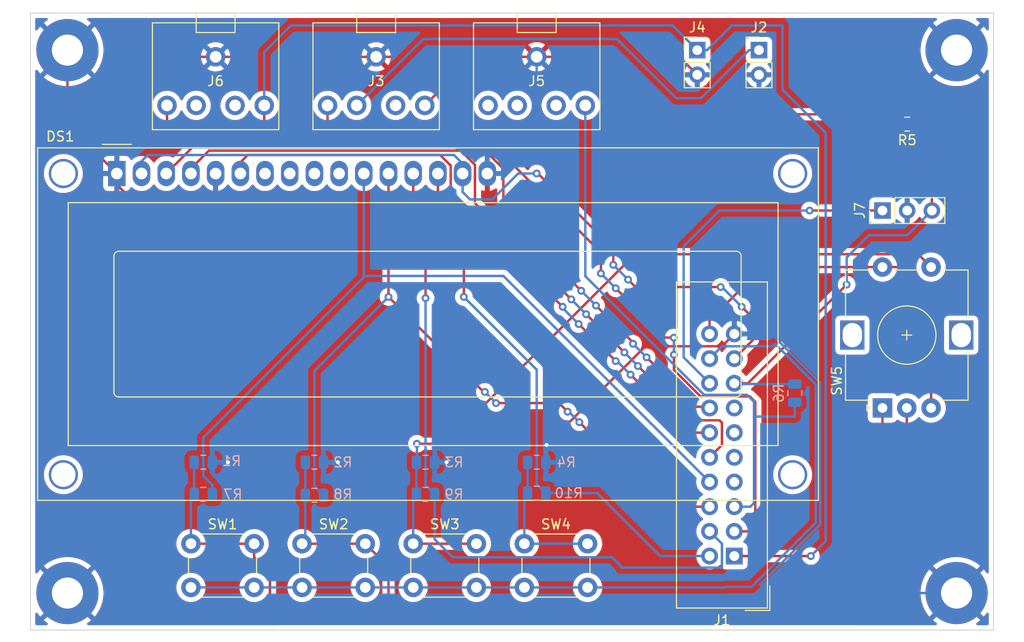
<source format=kicad_pcb>
(kicad_pcb (version 20200104) (host pcbnew "5.99.0-unknown-1727687~86~ubuntu18.04.1")
  (layers (0 "F.Cu" signal) (31 "B.Cu" signal) (34 "B.Paste" user) (35 "F.Paste" user) (36 "B.SilkS" user) (37 "F.SilkS" user) (38 "B.Mask" user) (39 "F.Mask" user) (44 "Edge.Cuts" user))
  (net 0 "")
  (net 1 "GND")
  (net 2 "PB_1")
  (net 3 "PB_0")
  (net 4 "IR")
  (net 5 "+3V3")
  (net 6 "LCD_CONTRAST")
  (net 7 "Net-(J1-Pad13)")
  (net 8 "LCD_E")
  (net 9 "Net-(J1-Pad11)")
  (net 10 "LCD_RS")
  (net 11 "Net-(J1-Pad9)")
  (net 12 "LCD4")
  (net 13 "Net-(J1-Pad7)")
  (net 14 "LCD5")
  (net 15 "PTT")
  (net 16 "LCD6")
  (net 17 "MIC_HDR")
  (net 18 "LCD7")
  (net 19 "SPEAKER_HDR")
  (net 20 "Net-(DS1-Pad10)")
  (net 21 "Net-(DS1-Pad9)")
  (net 22 "Net-(DS1-Pad8)")
  (net 23 "Net-(DS1-Pad7)")
  (net 24 "+5V")
  (net 25 "Net-(J2-Pad1)")
  (net 26 "Net-(J3-PadSN)")
  (net 27 "Net-(J3-PadS)")
  (net 28 "Net-(J6-PadTN)")
  (net 29 "Net-(J6-PadSN)")
  (net 30 "Net-(J5-PadTN)")
  (net 31 "Net-(J5-PadSN)")
  (net 32 "Net-(J5-PadT)")
  (net 33 "Net-(R1-Pad1)")
  (net 34 "Net-(R2-Pad1)")
  (net 35 "Net-(R3-Pad1)")
  (net 36 "Net-(R10-Pad2)")
  (module "Resistor_SMD:R_0805_2012Metric" (layer "B.Cu") (at 153.67 100.2 180)
    (fp_text reference "R10" (at -3.302 -0.003) (layer "B.SilkS") (effects (justify mirror)))
    (fp_text value "10K")
    (pad "2" smd roundrect (at 0.9375 0 180) (size 0.975 1.4) (layers "B.Cu" "B.Paste" "B.Mask") (net 36 "Net-(R10-Pad2)"))
    (pad "1" smd roundrect (at -0.9375 0 180) (size 0.975 1.4) (layers "B.Cu" "B.Paste" "B.Mask") (net 18 "LCD7"))
  )
  (module "Resistor_SMD:R_0805_2012Metric" (layer "B.Cu") (at 142.24 100.327 180)
    (fp_text reference "R9" (at -2.921 -0.003) (layer "B.SilkS") (effects (justify mirror)))
    (fp_text value "10K")
    (pad "2" smd roundrect (at 0.9375 0 180) (size 0.975 1.4) (layers "B.Cu" "B.Paste" "B.Mask") (net 35 "Net-(R3-Pad1)"))
    (pad "1" smd roundrect (at -0.9375 0 180) (size 0.975 1.4) (layers "B.Cu" "B.Paste" "B.Mask") (net 16 "LCD6"))
  )
  (module "Resistor_SMD:R_0805_2012Metric" (layer "B.Cu") (at 130.81 100.425 180)
    (fp_text reference "R8" (at -2.921 0.095) (layer "B.SilkS") (effects (justify mirror)))
    (fp_text value "10K")
    (pad "2" smd roundrect (at 0.9375 0 180) (size 0.975 1.4) (layers "B.Cu" "B.Paste" "B.Mask") (net 34 "Net-(R2-Pad1)"))
    (pad "1" smd roundrect (at -0.9375 0 180) (size 0.975 1.4) (layers "B.Cu" "B.Paste" "B.Mask") (net 14 "LCD5"))
  )
  (module "Resistor_SMD:R_0805_2012Metric" (layer "B.Cu") (at 119.38 100.327 180)
    (fp_text reference "R7" (at -3.048 -0.003) (layer "B.SilkS") (effects (justify mirror)))
    (fp_text value "10K")
    (pad "2" smd roundrect (at 0.9375 0 180) (size 0.975 1.4) (layers "B.Cu" "B.Paste" "B.Mask") (net 33 "Net-(R1-Pad1)"))
    (pad "1" smd roundrect (at -0.9375 0 180) (size 0.975 1.4) (layers "B.Cu" "B.Paste" "B.Mask") (net 12 "LCD4"))
  )
  (module "Connector_PinHeader_2.54mm:PinHeader_1x02_P2.54mm_Vertical" (layer "F.Cu") (at 170.18 54.61)
    (fp_text reference "J4" (at 0 -2.33) (layer "F.SilkS"))
    (fp_text value "Speaker")
    (pad "2" thru_hole oval (at 0 2.54) (size 1.7 1.7) (drill 1) (layers *.Cu *.Mask) (net 1 "GND"))
    (pad "1" thru_hole rect (at 0 0) (size 1.7 1.7) (drill 1) (layers *.Cu *.Mask) (net 19 "SPEAKER_HDR"))
  )
  (module "Resistor_SMD:R_0805_2012Metric" (layer "B.Cu") (at 180.213 89.916 -90)
    (fp_text reference "R6" (at 0 1.65 -90) (layer "B.SilkS") (effects (justify mirror)))
    (fp_text value "1K")
    (pad "2" smd roundrect (at 0.9375 0 270) (size 0.975 1.4) (layers "B.Cu" "B.Paste" "B.Mask") (net 15 "PTT"))
    (pad "1" smd roundrect (at -0.9375 0 270) (size 0.975 1.4) (layers "B.Cu" "B.Paste" "B.Mask") (net 5 "+3V3"))
  )
  (module "Connector_PinHeader_2.54mm:PinHeader_1x03_P2.54mm_Vertical" (layer "F.Cu") (at 189.23 71.12 90)
    (fp_text reference "J7" (at 0 -2.33 90) (layer "F.SilkS"))
    (fp_text value "infrared photo module")
    (pad "3" thru_hole oval (at 0 5.08 90) (size 1.7 1.7) (drill 1) (layers *.Cu *.Mask) (net 5 "+3V3"))
    (pad "2" thru_hole oval (at 0 2.54 90) (size 1.7 1.7) (drill 1) (layers *.Cu *.Mask) (net 1 "GND"))
    (pad "1" thru_hole rect (at 0 0 90) (size 1.7 1.7) (drill 1) (layers *.Cu *.Mask) (net 4 "IR"))
  )
  (module "openxcvr:jack3.5mm switched" (layer "F.Cu") (at 153.67 50.8)
    (fp_text reference "J5" (at 0 7 unlocked) (layer "F.SilkS"))
    (fp_text value "PTT")
    (pad "TN" thru_hole circle (at -2 9.5 270) (size 2 2) (drill 1.2) (layers *.Cu *.Mask) (net 30 "Net-(J5-PadTN)"))
    (pad "SN" thru_hole circle (at 2 9.5 270) (size 2 2) (drill 1.2) (layers *.Cu *.Mask) (net 31 "Net-(J5-PadSN)"))
    (pad "S" thru_hole circle (at 5 9.5 270) (size 2 2) (drill 1.2) (layers *.Cu *.Mask) (net 15 "PTT"))
    (pad "T" thru_hole circle (at -5 9.5 270) (size 2 2) (drill 1.2) (layers *.Cu *.Mask) (net 32 "Net-(J5-PadT)"))
    (pad "G" thru_hole circle (at 0 4.5 270) (size 2 2) (drill 1.2) (layers *.Cu *.Mask) (net 1 "GND"))
  )
  (module "Connector_PinHeader_2.54mm:PinHeader_1x02_P2.54mm_Vertical" (layer "F.Cu") (at 176.53 54.61)
    (fp_text reference "J2" (at 0 -2.33) (layer "F.SilkS"))
    (fp_text value "Mic")
    (pad "2" thru_hole oval (at 0 2.54) (size 1.7 1.7) (drill 1) (layers *.Cu *.Mask) (net 1 "GND"))
    (pad "1" thru_hole rect (at 0 0) (size 1.7 1.7) (drill 1) (layers *.Cu *.Mask) (net 25 "Net-(J2-Pad1)"))
  )
  (module "Resistor_SMD:R_0805_2012Metric" (layer "F.Cu") (at 191.77 62.23 180)
    (fp_text reference "R5" (at 0 -1.65) (layer "F.SilkS"))
    (fp_text value "1K")
    (pad "2" smd roundrect (at 0.9375 0 180) (size 0.975 1.4) (layers "F.Cu" "F.Paste" "F.Mask") (net 27 "Net-(J3-PadS)"))
    (pad "1" smd roundrect (at -0.9375 0 180) (size 0.975 1.4) (layers "F.Cu" "F.Paste" "F.Mask") (net 5 "+3V3"))
  )
  (module "openxcvr:jack3.5mm switched" (layer "F.Cu") (at 120.65 50.8)
    (fp_text reference "J6" (at 0 7 unlocked) (layer "F.SilkS"))
    (fp_text value "Headphone")
    (pad "TN" thru_hole circle (at -2 9.5 270) (size 2 2) (drill 1.2) (layers *.Cu *.Mask) (net 28 "Net-(J6-PadTN)"))
    (pad "SN" thru_hole circle (at 2 9.5 270) (size 2 2) (drill 1.2) (layers *.Cu *.Mask) (net 29 "Net-(J6-PadSN)"))
    (pad "S" thru_hole circle (at 5 9.5 270) (size 2 2) (drill 1.2) (layers *.Cu *.Mask) (net 19 "SPEAKER_HDR"))
    (pad "T" thru_hole circle (at -5 9.5 270) (size 2 2) (drill 1.2) (layers *.Cu *.Mask) (net 19 "SPEAKER_HDR"))
    (pad "G" thru_hole circle (at 0 4.5 270) (size 2 2) (drill 1.2) (layers *.Cu *.Mask) (net 1 "GND"))
  )
  (module "openxcvr:jack3.5mm switched" (layer "F.Cu") (at 137.16 50.8)
    (fp_text reference "J3" (at 0 7 unlocked) (layer "F.SilkS"))
    (fp_text value "Microphone")
    (pad "TN" thru_hole circle (at -2 9.5 270) (size 2 2) (drill 1.2) (layers *.Cu *.Mask) (net 25 "Net-(J2-Pad1)"))
    (pad "SN" thru_hole circle (at 2 9.5 270) (size 2 2) (drill 1.2) (layers *.Cu *.Mask) (net 26 "Net-(J3-PadSN)"))
    (pad "S" thru_hole circle (at 5 9.5 270) (size 2 2) (drill 1.2) (layers *.Cu *.Mask) (net 27 "Net-(J3-PadS)"))
    (pad "T" thru_hole circle (at -5 9.5 270) (size 2 2) (drill 1.2) (layers *.Cu *.Mask) (net 17 "MIC_HDR"))
    (pad "G" thru_hole circle (at 0 4.5 270) (size 2 2) (drill 1.2) (layers *.Cu *.Mask) (net 1 "GND"))
  )
  (module "Rotary_Encoder:RotaryEncoder_Alps_EC12E-Switch_Vertical_H20mm" (layer "F.Cu") (at 189.23 91.44 90)
    (fp_text reference "SW5" (at 2.8 -4.7 90) (layer "F.SilkS"))
    (fp_text value "Rotary_Encoder_Switch")
    (pad "A" thru_hole rect (at 0 0 90) (size 2 2) (drill 1) (layers *.Cu *.Mask) (net 33 "Net-(R1-Pad1)"))
    (pad "C" thru_hole circle (at 0 2.5 90) (size 2 2) (drill 1) (layers *.Cu *.Mask) (net 2 "PB_1"))
    (pad "B" thru_hole circle (at 0 5 90) (size 2 2) (drill 1) (layers *.Cu *.Mask) (net 34 "Net-(R2-Pad1)"))
    (pad "MP" thru_hole rect (at 7.5 -3.1 90) (size 3 2.5) (drill oval 2.5 2) (layers *.Cu *.Mask))
    (pad "MP" thru_hole rect (at 7.5 8.1 90) (size 3 2.5) (drill oval 2.5 2) (layers *.Cu *.Mask))
    (pad "S1" thru_hole circle (at 14.5 0 90) (size 2 2) (drill 1) (layers *.Cu *.Mask) (net 2 "PB_1"))
    (pad "S2" thru_hole circle (at 14.5 5 90) (size 2 2) (drill 1) (layers *.Cu *.Mask) (net 35 "Net-(R3-Pad1)"))
  )
  (module "Button_Switch_THT:SW_PUSH_6mm" (layer "F.Cu") (at 152.4 105.41)
    (fp_text reference "SW4" (at 3.25 -2) (layer "F.SilkS"))
    (fp_text value "SW_Push")
    (pad "1" thru_hole circle (at 6.5 0 90) (size 2 2) (drill 1.1) (layers *.Cu *.Mask) (net 36 "Net-(R10-Pad2)"))
    (pad "2" thru_hole circle (at 6.5 4.5 90) (size 2 2) (drill 1.1) (layers *.Cu *.Mask) (net 3 "PB_0"))
    (pad "1" thru_hole circle (at 0 0 90) (size 2 2) (drill 1.1) (layers *.Cu *.Mask) (net 36 "Net-(R10-Pad2)"))
    (pad "2" thru_hole circle (at 0 4.5 90) (size 2 2) (drill 1.1) (layers *.Cu *.Mask) (net 3 "PB_0"))
  )
  (module "Button_Switch_THT:SW_PUSH_6mm" (layer "F.Cu") (at 140.97 105.41)
    (fp_text reference "SW3" (at 3.25 -2) (layer "F.SilkS"))
    (fp_text value "SW_Push")
    (pad "1" thru_hole circle (at 6.5 0 90) (size 2 2) (drill 1.1) (layers *.Cu *.Mask) (net 35 "Net-(R3-Pad1)"))
    (pad "2" thru_hole circle (at 6.5 4.5 90) (size 2 2) (drill 1.1) (layers *.Cu *.Mask) (net 3 "PB_0"))
    (pad "1" thru_hole circle (at 0 0 90) (size 2 2) (drill 1.1) (layers *.Cu *.Mask) (net 35 "Net-(R3-Pad1)"))
    (pad "2" thru_hole circle (at 0 4.5 90) (size 2 2) (drill 1.1) (layers *.Cu *.Mask) (net 3 "PB_0"))
  )
  (module "Button_Switch_THT:SW_PUSH_6mm" (layer "F.Cu") (at 129.54 105.41)
    (fp_text reference "SW2" (at 3.25 -2) (layer "F.SilkS"))
    (fp_text value "SW_Push")
    (pad "1" thru_hole circle (at 6.5 0 90) (size 2 2) (drill 1.1) (layers *.Cu *.Mask) (net 34 "Net-(R2-Pad1)"))
    (pad "2" thru_hole circle (at 6.5 4.5 90) (size 2 2) (drill 1.1) (layers *.Cu *.Mask) (net 3 "PB_0"))
    (pad "1" thru_hole circle (at 0 0 90) (size 2 2) (drill 1.1) (layers *.Cu *.Mask) (net 34 "Net-(R2-Pad1)"))
    (pad "2" thru_hole circle (at 0 4.5 90) (size 2 2) (drill 1.1) (layers *.Cu *.Mask) (net 3 "PB_0"))
  )
  (module "Button_Switch_THT:SW_PUSH_6mm" (layer "F.Cu") (at 118.11 105.41)
    (fp_text reference "SW1" (at 3.25 -2) (layer "F.SilkS"))
    (fp_text value "SW_Push")
    (pad "1" thru_hole circle (at 6.5 0 90) (size 2 2) (drill 1.1) (layers *.Cu *.Mask) (net 33 "Net-(R1-Pad1)"))
    (pad "2" thru_hole circle (at 6.5 4.5 90) (size 2 2) (drill 1.1) (layers *.Cu *.Mask) (net 3 "PB_0"))
    (pad "1" thru_hole circle (at 0 0 90) (size 2 2) (drill 1.1) (layers *.Cu *.Mask) (net 33 "Net-(R1-Pad1)"))
    (pad "2" thru_hole circle (at 0 4.5 90) (size 2 2) (drill 1.1) (layers *.Cu *.Mask) (net 3 "PB_0"))
  )
  (module "Resistor_SMD:R_0805_2012Metric" (layer "B.Cu") (at 153.67 97.025)
    (fp_text reference "R4" (at 3.048 0.003) (layer "B.SilkS") (effects (justify mirror)))
    (fp_text value "10K")
    (pad "2" smd roundrect (at 0.9375 0) (size 0.975 1.4) (layers "B.Cu" "B.Paste" "B.Mask") (net 1 "GND"))
    (pad "1" smd roundrect (at -0.9375 0) (size 0.975 1.4) (layers "B.Cu" "B.Paste" "B.Mask") (net 36 "Net-(R10-Pad2)"))
  )
  (module "Resistor_SMD:R_0805_2012Metric" (layer "B.Cu") (at 142.24 97.025)
    (fp_text reference "R3" (at 2.921 0.003) (layer "B.SilkS") (effects (justify mirror)))
    (fp_text value "10K")
    (pad "2" smd roundrect (at 0.9375 0) (size 0.975 1.4) (layers "B.Cu" "B.Paste" "B.Mask") (net 1 "GND"))
    (pad "1" smd roundrect (at -0.9375 0) (size 0.975 1.4) (layers "B.Cu" "B.Paste" "B.Mask") (net 35 "Net-(R3-Pad1)"))
  )
  (module "Resistor_SMD:R_0805_2012Metric" (layer "B.Cu") (at 130.81 97.025)
    (fp_text reference "R2" (at 2.921 0.003) (layer "B.SilkS") (effects (justify mirror)))
    (fp_text value "10K")
    (pad "2" smd roundrect (at 0.9375 0) (size 0.975 1.4) (layers "B.Cu" "B.Paste" "B.Mask") (net 1 "GND"))
    (pad "1" smd roundrect (at -0.9375 0) (size 0.975 1.4) (layers "B.Cu" "B.Paste" "B.Mask") (net 34 "Net-(R2-Pad1)"))
  )
  (module "Resistor_SMD:R_0805_2012Metric" (layer "B.Cu") (at 119.38 97.025)
    (fp_text reference "R1" (at 2.921 -0.124) (layer "B.SilkS") (effects (justify mirror)))
    (fp_text value "10K")
    (pad "2" smd roundrect (at 0.9375 0) (size 0.975 1.4) (layers "B.Cu" "B.Paste" "B.Mask") (net 1 "GND"))
    (pad "1" smd roundrect (at -0.9375 0) (size 0.975 1.4) (layers "B.Cu" "B.Paste" "B.Mask") (net 33 "Net-(R1-Pad1)"))
  )
  (module "Display:WC1602A" (layer "F.Cu") (at 110.49 67.31)
    (fp_text reference "DS1" (at -5.82 -3.81) (layer "F.SilkS"))
    (fp_text value "WC1602A")
    (pad "" thru_hole circle (at 69.5 0) (size 3 3) (drill 2.5) (layers *.Cu *.Mask))
    (pad "" thru_hole circle (at 69.49948 31.0007) (size 3 3) (drill 2.5) (layers *.Cu *.Mask))
    (pad "" thru_hole circle (at -5.4991 31.0007) (size 3 3) (drill 2.5) (layers *.Cu *.Mask))
    (pad "" thru_hole circle (at -5.4991 0) (size 3 3) (drill 2.5) (layers *.Cu *.Mask))
    (pad "16" thru_hole oval (at 38.1 0) (size 1.8 2.6) (drill 1.2) (layers *.Cu *.Mask) (net 1 "GND"))
    (pad "15" thru_hole oval (at 35.56 0) (size 1.8 2.6) (drill 1.2) (layers *.Cu *.Mask) (net 24 "+5V"))
    (pad "14" thru_hole oval (at 33.02 0) (size 1.8 2.6) (drill 1.2) (layers *.Cu *.Mask) (net 18 "LCD7"))
    (pad "13" thru_hole oval (at 30.48 0) (size 1.8 2.6) (drill 1.2) (layers *.Cu *.Mask) (net 16 "LCD6"))
    (pad "12" thru_hole oval (at 27.94 0) (size 1.8 2.6) (drill 1.2) (layers *.Cu *.Mask) (net 14 "LCD5"))
    (pad "11" thru_hole oval (at 25.4 0) (size 1.8 2.6) (drill 1.2) (layers *.Cu *.Mask) (net 12 "LCD4"))
    (pad "10" thru_hole oval (at 22.86 0) (size 1.8 2.6) (drill 1.2) (layers *.Cu *.Mask) (net 20 "Net-(DS1-Pad10)"))
    (pad "9" thru_hole oval (at 20.32 0) (size 1.8 2.6) (drill 1.2) (layers *.Cu *.Mask) (net 21 "Net-(DS1-Pad9)"))
    (pad "8" thru_hole oval (at 17.78 0) (size 1.8 2.6) (drill 1.2) (layers *.Cu *.Mask) (net 22 "Net-(DS1-Pad8)"))
    (pad "7" thru_hole oval (at 15.24 0) (size 1.8 2.6) (drill 1.2) (layers *.Cu *.Mask) (net 23 "Net-(DS1-Pad7)"))
    (pad "6" thru_hole oval (at 12.7 0) (size 1.8 2.6) (drill 1.2) (layers *.Cu *.Mask) (net 8 "LCD_E"))
    (pad "5" thru_hole oval (at 10.16 0) (size 1.8 2.6) (drill 1.2) (layers *.Cu *.Mask) (net 1 "GND"))
    (pad "4" thru_hole oval (at 7.62 0) (size 1.8 2.6) (drill 1.2) (layers *.Cu *.Mask) (net 10 "LCD_RS"))
    (pad "3" thru_hole oval (at 5.08 0) (size 1.8 2.6) (drill 1.2) (layers *.Cu *.Mask) (net 6 "LCD_CONTRAST"))
    (pad "2" thru_hole oval (at 2.54 0) (size 1.8 2.6) (drill 1.2) (layers *.Cu *.Mask) (net 24 "+5V"))
    (pad "1" thru_hole rect (at 0 0) (size 1.8 2.6) (drill 1.2) (layers *.Cu *.Mask) (net 1 "GND"))
  )
  (module "Connector_IDC:IDC-Header_2x10_P2.54mm_Vertical" (layer "F.Cu") (at 173.99 106.68 180)
    (fp_text reference "J1" (at 1.27 -6.604) (layer "F.SilkS"))
    (fp_text value "UI_CONNECTOR")
    (pad "20" thru_hole oval (at 2.54 22.86 180) (size 1.7272 1.7272) (drill 1.016) (layers *.Cu *.Mask) (net 2 "PB_1"))
    (pad "19" thru_hole oval (at 0 22.86 180) (size 1.7272 1.7272) (drill 1.016) (layers *.Cu *.Mask) (net 1 "GND"))
    (pad "18" thru_hole oval (at 2.54 20.32 180) (size 1.7272 1.7272) (drill 1.016) (layers *.Cu *.Mask) (net 3 "PB_0"))
    (pad "17" thru_hole oval (at 0 20.32 180) (size 1.7272 1.7272) (drill 1.016) (layers *.Cu *.Mask) (net 24 "+5V"))
    (pad "16" thru_hole oval (at 2.54 17.78 180) (size 1.7272 1.7272) (drill 1.016) (layers *.Cu *.Mask) (net 4 "IR"))
    (pad "15" thru_hole oval (at 0 17.78 180) (size 1.7272 1.7272) (drill 1.016) (layers *.Cu *.Mask) (net 5 "+3V3"))
    (pad "14" thru_hole oval (at 2.54 15.24 180) (size 1.7272 1.7272) (drill 1.016) (layers *.Cu *.Mask) (net 6 "LCD_CONTRAST"))
    (pad "13" thru_hole oval (at 0 15.24 180) (size 1.7272 1.7272) (drill 1.016) (layers *.Cu *.Mask) (net 7 "Net-(J1-Pad13)"))
    (pad "12" thru_hole oval (at 2.54 12.7 180) (size 1.7272 1.7272) (drill 1.016) (layers *.Cu *.Mask) (net 8 "LCD_E"))
    (pad "11" thru_hole oval (at 0 12.7 180) (size 1.7272 1.7272) (drill 1.016) (layers *.Cu *.Mask) (net 9 "Net-(J1-Pad11)"))
    (pad "10" thru_hole oval (at 2.54 10.16 180) (size 1.7272 1.7272) (drill 1.016) (layers *.Cu *.Mask) (net 10 "LCD_RS"))
    (pad "9" thru_hole oval (at 0 10.16 180) (size 1.7272 1.7272) (drill 1.016) (layers *.Cu *.Mask) (net 11 "Net-(J1-Pad9)"))
    (pad "8" thru_hole oval (at 2.54 7.62 180) (size 1.7272 1.7272) (drill 1.016) (layers *.Cu *.Mask) (net 12 "LCD4"))
    (pad "7" thru_hole oval (at 0 7.62 180) (size 1.7272 1.7272) (drill 1.016) (layers *.Cu *.Mask) (net 13 "Net-(J1-Pad7)"))
    (pad "6" thru_hole oval (at 2.54 5.08 180) (size 1.7272 1.7272) (drill 1.016) (layers *.Cu *.Mask) (net 14 "LCD5"))
    (pad "5" thru_hole oval (at 0 5.08 180) (size 1.7272 1.7272) (drill 1.016) (layers *.Cu *.Mask) (net 15 "PTT"))
    (pad "4" thru_hole oval (at 2.54 2.54 180) (size 1.7272 1.7272) (drill 1.016) (layers *.Cu *.Mask) (net 16 "LCD6"))
    (pad "3" thru_hole oval (at 0 2.54 180) (size 1.7272 1.7272) (drill 1.016) (layers *.Cu *.Mask) (net 17 "MIC_HDR"))
    (pad "2" thru_hole oval (at 2.54 0 180) (size 1.7272 1.7272) (drill 1.016) (layers *.Cu *.Mask) (net 18 "LCD7"))
    (pad "1" thru_hole rect (at 0 0 180) (size 1.7272 1.7272) (drill 1.016) (layers *.Cu *.Mask) (net 19 "SPEAKER_HDR"))
  )
  (module "MountingHole:MountingHole_3.2mm_M3_Pad" (layer "F.Cu") (at 196.85 54.61)
    (fp_text reference "H4")
    (fp_text value "MountingHole_Pad")
    (pad "1" thru_hole circle (at 0 0) (size 6.4 6.4) (drill 3.2) (layers *.Cu *.Mask) (net 1 "GND"))
  )
  (module "MountingHole:MountingHole_3.2mm_M3_Pad" (layer "F.Cu") (at 196.85 110.49)
    (fp_text reference "H3")
    (fp_text value "MountingHole_Pad")
    (pad "1" thru_hole circle (at 0 0) (size 6.4 6.4) (drill 3.2) (layers *.Cu *.Mask) (net 1 "GND"))
  )
  (module "MountingHole:MountingHole_3.2mm_M3_Pad" (layer "F.Cu") (at 105.41 110.49)
    (fp_text reference "H2")
    (fp_text value "MountingHole_Pad")
    (pad "1" thru_hole circle (at 0 0) (size 6.4 6.4) (drill 3.2) (layers *.Cu *.Mask) (net 1 "GND"))
  )
  (module "MountingHole:MountingHole_3.2mm_M3_Pad" (layer "F.Cu") (at 105.41 54.61)
    (fp_text reference "H1")
    (fp_text value "MountingHole_Pad")
    (pad "1" thru_hole circle (at 0 0) (size 6.4 6.4) (drill 3.2) (layers *.Cu *.Mask) (net 1 "GND"))
  )
  (gr_line (start 101.6 114.3) (end 101.6 50.8) (layer "Edge.Cuts") (width 0.1))
  (gr_line (start 200.66 114.3) (end 101.6 114.3) (layer "Edge.Cuts") (width 0.1))
  (gr_line (start 200.66 50.8) (end 200.66 114.3) (layer "Edge.Cuts") (width 0.1))
  (gr_line (start 101.6 50.8) (end 200.66 50.8) (layer "Edge.Cuts") (width 0.1))
  (segment (start 180.213 88.9785) (end 174.0685 88.9785) (width 0.25) (layer "B.Cu") (net 5))
  (segment (start 174.0685 88.9785) (end 173.99 88.9) (width 0.25) (layer "B.Cu") (net 5))
  (segment (start 180.213 92.329) (end 180.213 90.8535) (width 0.25) (layer "B.Cu") (net 15))
  (segment (start 118.11 100.6595) (end 118.4425 100.327) (width 0.25) (layer "B.Cu") (net 33))
  (segment (start 118.11 105.41) (end 118.11 100.6595) (width 0.25) (layer "B.Cu") (net 33))
  (segment (start 118.4425 100.327) (end 118.4425 97.025) (width 0.25) (layer "B.Cu") (net 33))
  (segment (start 129.8725 105.0775) (end 129.54 105.41) (width 0.25) (layer "B.Cu") (net 34))
  (segment (start 129.8725 100.425) (end 129.8725 105.0775) (width 0.25) (layer "B.Cu") (net 34))
  (segment (start 129.8725 100.425) (end 129.8725 97.025) (width 0.25) (layer "B.Cu") (net 34))
  (segment (start 131.7475 100.425) (end 130.81 99.4875) (width 0.25) (layer "B.Cu") (net 14))
  (segment (start 130.81 99.4875) (end 130.81 97.409) (width 0.25) (layer "B.Cu") (net 14))
  (segment (start 140.97 100.6595) (end 141.3025 100.327) (width 0.25) (layer "B.Cu") (net 35))
  (segment (start 140.97 105.41) (end 140.97 100.6595) (width 0.25) (layer "B.Cu") (net 35))
  (segment (start 141.3025 100.327) (end 141.3025 97.025) (width 0.25) (layer "B.Cu") (net 35))
  (segment (start 143.1775 100.327) (end 142.24 99.3895) (width 0.25) (layer "B.Cu") (net 16))
  (segment (start 142.24 99.3895) (end 142.24 97.536) (width 0.25) (layer "B.Cu") (net 16))
  (segment (start 152.4 100.5325) (end 152.7325 100.2) (width 0.25) (layer "B.Cu") (net 36))
  (segment (start 152.4 105.41) (end 152.4 100.5325) (width 0.25) (layer "B.Cu") (net 36))
  (segment (start 152.7325 100.2) (end 152.7325 97.025) (width 0.25) (layer "B.Cu") (net 36))
  (segment (start 154.6075 100.2) (end 153.67 99.2625) (width 0.25) (layer "B.Cu") (net 18))
  (segment (start 153.67 99.2625) (end 153.67 97.282) (width 0.25) (layer "B.Cu") (net 18))
  (segment (start 153.67 97.282) (end 153.67 95.758) (width 0.25) (layer "B.Cu") (net 18))
  (segment (start 118.11 109.91) (end 124.61 109.91) (width 0.25) (layer "B.Cu") (net 3))
  (segment (start 124.61 109.91) (end 129.54 109.91) (width 0.25) (layer "B.Cu") (net 3))
  (segment (start 129.54 109.91) (end 136.04 109.91) (width 0.25) (layer "B.Cu") (net 3))
  (segment (start 136.04 109.91) (end 140.97 109.91) (width 0.25) (layer "B.Cu") (net 3))
  (segment (start 140.97 109.91) (end 147.47 109.91) (width 0.25) (layer "B.Cu") (net 3))
  (segment (start 147.47 109.91) (end 152.4 109.91) (width 0.25) (layer "B.Cu") (net 3))
  (segment (start 152.4 109.91) (end 158.9 109.91) (width 0.25) (layer "B.Cu") (net 3))
  (segment (start 119.38 94.488) (end 135.89 77.978) (width 0.25) (layer "B.Cu") (net 12))
  (segment (start 119.38 98.425) (end 119.38 94.488) (width 0.25) (layer "B.Cu") (net 12))
  (segment (start 120.3175 100.327) (end 120.3175 99.3625) (width 0.25) (layer "B.Cu") (net 12))
  (segment (start 120.3175 99.3625) (end 119.38 98.425) (width 0.25) (layer "B.Cu") (net 12))
  (segment (start 171.45 99.06) (end 150.241 77.851) (width 0.25) (layer "B.Cu") (net 12))
  (segment (start 150.241 77.851) (end 135.89 77.851) (width 0.25) (layer "B.Cu") (net 12))
  (segment (start 135.89 77.978) (end 135.89 77.851) (width 0.25) (layer "B.Cu") (net 12))
  (segment (start 135.89 77.851) (end 135.89 67.31) (width 0.25) (layer "B.Cu") (net 12))
  (via (at 138.43 80.01) (size 0.8) (drill 0.4) (layers "F.Cu" "B.Cu") (net 14))
  (segment (start 130.81 95.758) (end 130.81 87.63) (width 0.25) (layer "B.Cu") (net 14))
  (segment (start 130.81 95.758) (end 130.81 95.377) (width 0.25) (layer "B.Cu") (net 14))
  (segment (start 130.81 87.63) (end 138.43 80.01) (width 0.25) (layer "B.Cu") (net 14))
  (segment (start 130.81 97.409) (end 130.81 95.758) (width 0.25) (layer "B.Cu") (net 14))
  (segment (start 138.43 80.01) (end 138.43 67.31) (width 0.25) (layer "F.Cu") (net 14))
  (via (at 142.24 80.137) (size 0.8) (drill 0.4) (layers "F.Cu" "B.Cu") (net 16))
  (segment (start 142.24 95.885) (end 142.24 80.137) (width 0.25) (layer "B.Cu") (net 16))
  (segment (start 142.24 95.885) (end 142.24 95.631) (width 0.25) (layer "B.Cu") (net 16))
  (segment (start 142.24 97.536) (end 142.24 95.885) (width 0.25) (layer "B.Cu") (net 16))
  (segment (start 142.24 80.137) (end 142.24 75.184) (width 0.25) (layer "F.Cu") (net 16))
  (segment (start 140.97 73.914) (end 140.97 67.31) (width 0.25) (layer "F.Cu") (net 16))
  (segment (start 142.24 75.184) (end 140.97 73.914) (width 0.25) (layer "F.Cu") (net 16))
  (via (at 146.177 80.01) (size 0.8) (drill 0.4) (layers "F.Cu" "B.Cu") (net 18))
  (segment (start 153.67 95.758) (end 153.67 87.503) (width 0.25) (layer "B.Cu") (net 18))
  (segment (start 153.67 87.503) (end 146.177 80.01) (width 0.25) (layer "B.Cu") (net 18))
  (segment (start 146.177 80.01) (end 146.177 75.438) (width 0.25) (layer "F.Cu") (net 18))
  (segment (start 143.51 72.771) (end 143.51 67.31) (width 0.25) (layer "F.Cu") (net 18))
  (segment (start 146.177 75.438) (end 143.51 72.771) (width 0.25) (layer "F.Cu") (net 18))
  (segment (start 171.45 106.68) (end 166.37 106.68) (width 0.25) (layer "B.Cu") (net 18))
  (segment (start 159.89 100.2) (end 154.6075 100.2) (width 0.25) (layer "B.Cu") (net 18))
  (segment (start 166.37 106.68) (end 159.89 100.2) (width 0.25) (layer "B.Cu") (net 18))
  (segment (start 145.034 106.807) (end 143.1775 104.9505) (width 0.25) (layer "B.Cu") (net 16))
  (segment (start 161.417 106.807) (end 145.034 106.807) (width 0.25) (layer "B.Cu") (net 16))
  (segment (start 172.72 105.41) (end 172.72 107.823) (width 0.25) (layer "B.Cu") (net 16))
  (segment (start 171.45 104.14) (end 172.72 105.41) (width 0.25) (layer "B.Cu") (net 16))
  (segment (start 162.351601 107.741601) (end 161.417 106.807) (width 0.25) (layer "B.Cu") (net 16))
  (segment (start 143.1775 104.9505) (end 143.1775 100.327) (width 0.25) (layer "B.Cu") (net 16))
  (segment (start 172.72 107.823) (end 172.674399 107.868601) (width 0.25) (layer "B.Cu") (net 16))
  (segment (start 172.674399 107.868601) (end 162.351601 107.868601) (width 0.25) (layer "B.Cu") (net 16))
  (segment (start 162.351601 107.868601) (end 162.351601 107.741601) (width 0.25) (layer "B.Cu") (net 16))
  (segment (start 173.072202 109.91) (end 158.9 109.91) (width 0.25) (layer "B.Cu") (net 3))
  (segment (start 173.127202 109.855) (end 173.072202 109.91) (width 0.25) (layer "B.Cu") (net 3))
  (segment (start 175.768 109.855) (end 173.127202 109.855) (width 0.25) (layer "B.Cu") (net 3))
  (segment (start 172.72 85.09) (end 177.927 85.09) (width 0.25) (layer "B.Cu") (net 3))
  (segment (start 171.45 86.36) (end 172.72 85.09) (width 0.25) (layer "B.Cu") (net 3))
  (segment (start 182.372 103.251) (end 175.768 109.855) (width 0.25) (layer "B.Cu") (net 3))
  (segment (start 177.927 85.09) (end 178.181 84.836) (width 0.25) (layer "B.Cu") (net 3))
  (segment (start 178.181 84.836) (end 182.372 89.027) (width 0.25) (layer "B.Cu") (net 3))
  (segment (start 182.372 89.027) (end 182.372 103.251) (width 0.25) (layer "B.Cu") (net 3))
  (segment (start 124.61 105.41) (end 118.11 105.41) (width 0.25) (layer "F.Cu") (net 33))
  (segment (start 124.61 106.824213) (end 126.238 108.452213) (width 0.25) (layer "F.Cu") (net 33))
  (segment (start 124.61 105.41) (end 124.61 106.824213) (width 0.25) (layer "F.Cu") (net 33))
  (segment (start 126.238 108.452213) (end 126.238 112.014) (width 0.25) (layer "F.Cu") (net 33))
  (segment (start 126.238 112.014) (end 127.635 113.411) (width 0.25) (layer "F.Cu") (net 33))
  (segment (start 127.635 113.411) (end 186.309 113.411) (width 0.25) (layer "F.Cu") (net 33))
  (segment (start 189.23 110.49) (end 189.23 91.44) (width 0.25) (layer "F.Cu") (net 33))
  (segment (start 186.309 113.411) (end 189.23 110.49) (width 0.25) (layer "F.Cu") (net 33))
  (segment (start 129.54 105.41) (end 136.04 105.41) (width 0.25) (layer "F.Cu") (net 34))
  (segment (start 136.04 105.41) (end 138.43 107.8) (width 0.25) (layer "F.Cu") (net 34))
  (segment (start 138.43 111.633) (end 139.573 112.776) (width 0.25) (layer "F.Cu") (net 34))
  (segment (start 138.43 107.8) (end 138.43 111.633) (width 0.25) (layer "F.Cu") (net 34))
  (segment (start 139.573 112.776) (end 186.055 112.776) (width 0.25) (layer "F.Cu") (net 34))
  (segment (start 186.055 112.776) (end 188.595 110.236) (width 0.25) (layer "F.Cu") (net 34))
  (segment (start 188.595 110.236) (end 188.595 94.615) (width 0.25) (layer "F.Cu") (net 34))
  (segment (start 188.595 94.615) (end 186.817 92.837) (width 0.25) (layer "F.Cu") (net 34))
  (segment (start 186.817 92.837) (end 186.817 89.789) (width 0.25) (layer "F.Cu") (net 34))
  (segment (start 186.817 89.789) (end 187.706 88.9) (width 0.25) (layer "F.Cu") (net 34))
  (segment (start 187.706 88.9) (end 193.548 88.9) (width 0.25) (layer "F.Cu") (net 34))
  (segment (start 194.23 89.582) (end 194.23 91.44) (width 0.25) (layer "F.Cu") (net 34))
  (segment (start 193.548 88.9) (end 194.23 89.582) (width 0.25) (layer "F.Cu") (net 34))
  (segment (start 140.97 105.41) (end 147.47 105.41) (width 0.25) (layer "F.Cu") (net 35))
  (segment (start 191.73 91.44) (end 191.73 93.432) (width 0.25) (layer "F.Cu") (net 2))
  (segment (start 191.73 93.432) (end 192.278 93.98) (width 0.25) (layer "F.Cu") (net 2))
  (segment (start 192.278 93.98) (end 194.945 93.98) (width 0.25) (layer "F.Cu") (net 2))
  (segment (start 194.945 93.98) (end 196.342 92.583) (width 0.25) (layer "F.Cu") (net 2))
  (segment (start 196.342 92.583) (end 196.342 87.63) (width 0.25) (layer "F.Cu") (net 2))
  (segment (start 196.342 87.63) (end 195.072 86.36) (width 0.25) (layer "F.Cu") (net 2))
  (segment (start 195.072 86.36) (end 195.072 80.899) (width 0.25) (layer "F.Cu") (net 2))
  (segment (start 191.113 76.94) (end 189.23 76.94) (width 0.25) (layer "F.Cu") (net 2))
  (segment (start 195.072 80.899) (end 191.113 76.94) (width 0.25) (layer "F.Cu") (net 2))
  (segment (start 171.45 83.82) (end 171.45 82.423) (width 0.25) (layer "F.Cu") (net 2))
  (segment (start 176.933 76.94) (end 189.23 76.94) (width 0.25) (layer "F.Cu") (net 2))
  (segment (start 171.45 82.423) (end 176.933 76.94) (width 0.25) (layer "F.Cu") (net 2))
  (segment (start 192.904999 75.614999) (end 163.780001 75.614999) (width 0.25) (layer "F.Cu") (net 35))
  (segment (start 194.23 76.94) (end 192.904999 75.614999) (width 0.25) (layer "F.Cu") (net 35))
  (via (at 141.351 95.123) (size 0.8) (drill 0.4) (layers "F.Cu" "B.Cu") (net 35))
  (segment (start 163.780001 75.614999) (end 144.272 95.123) (width 0.25) (layer "F.Cu") (net 35))
  (segment (start 144.272 95.123) (end 141.351 95.123) (width 0.25) (layer "F.Cu") (net 35))
  (segment (start 141.351 96.9765) (end 141.3025 97.025) (width 0.25) (layer "B.Cu") (net 35))
  (segment (start 141.351 95.123) (end 141.351 96.9765) (width 0.25) (layer "B.Cu") (net 35))
  (segment (start 173.99 83.82) (end 172.72 85.09) (width 0.25) (layer "F.Cu") (net 1))
  (via (at 154.686 95.25) (size 0.8) (drill 0.4) (layers "F.Cu" "B.Cu") (net 1))
  (segment (start 172.72 85.09) (end 164.846 85.09) (width 0.25) (layer "F.Cu") (net 1))
  (segment (start 164.846 85.09) (end 154.686 95.25) (width 0.25) (layer "F.Cu") (net 1))
  (segment (start 154.686 96.9465) (end 154.6075 97.025) (width 0.25) (layer "B.Cu") (net 1))
  (segment (start 154.686 95.25) (end 154.686 96.9465) (width 0.25) (layer "B.Cu") (net 1))
  (via (at 144.399 97.028) (size 0.8) (drill 0.4) (layers "F.Cu" "B.Cu") (net 1))
  (segment (start 143.1775 97.025) (end 144.396 97.025) (width 0.25) (layer "B.Cu") (net 1))
  (segment (start 144.396 97.025) (end 144.399 97.028) (width 0.25) (layer "B.Cu") (net 1))
  (segment (start 146.177 95.25) (end 154.686 95.25) (width 0.25) (layer "F.Cu") (net 1))
  (segment (start 144.399 97.028) (end 146.177 95.25) (width 0.25) (layer "F.Cu") (net 1))
  (via (at 133.223 97.028) (size 0.8) (drill 0.4) (layers "F.Cu" "B.Cu") (net 1))
  (segment (start 131.7475 97.025) (end 133.22 97.025) (width 0.25) (layer "B.Cu") (net 1))
  (segment (start 133.22 97.025) (end 133.223 97.028) (width 0.25) (layer "B.Cu") (net 1))
  (segment (start 133.223 97.028) (end 144.399 97.028) (width 0.25) (layer "F.Cu") (net 1))
  (segment (start 120.3175 97.025) (end 121.917 97.025) (width 0.25) (layer "B.Cu") (net 1))
  (via (at 121.92 97.028) (size 0.8) (drill 0.4) (layers "F.Cu" "B.Cu") (net 1))
  (segment (start 121.917 97.025) (end 121.92 97.028) (width 0.25) (layer "B.Cu") (net 1))
  (segment (start 121.92 97.028) (end 133.223 97.028) (width 0.25) (layer "F.Cu") (net 1))
  (segment (start 118.872 97.028) (end 105.41 110.49) (width 0.25) (layer "F.Cu") (net 1))
  (segment (start 121.92 97.028) (end 118.872 97.028) (width 0.25) (layer "F.Cu") (net 1))
  (via (at 148.336 89.789) (size 0.8) (drill 0.4) (layers "F.Cu" "B.Cu") (net 14))
  (segment (start 138.43 80.01) (end 148.209 89.789) (width 0.25) (layer "F.Cu") (net 14))
  (segment (start 148.209 89.789) (end 148.336 89.789) (width 0.25) (layer "F.Cu") (net 14))
  (via (at 149.483653 90.936653) (size 0.8) (drill 0.4) (layers "F.Cu" "B.Cu") (net 14))
  (segment (start 148.336 89.789) (end 149.483653 90.936653) (width 0.25) (layer "B.Cu") (net 14))
  (segment (start 149.483653 90.936653) (end 152.776347 90.936653) (width 0.25) (layer "F.Cu") (net 14))
  (segment (start 152.776347 90.936653) (end 152.781 90.932) (width 0.25) (layer "F.Cu") (net 14))
  (via (at 156.845 91.821) (size 0.8) (drill 0.4) (layers "F.Cu" "B.Cu") (net 14))
  (segment (start 152.776347 90.936653) (end 155.960653 90.936653) (width 0.25) (layer "F.Cu") (net 14))
  (segment (start 155.960653 90.936653) (end 156.845 91.821) (width 0.25) (layer "F.Cu") (net 14))
  (via (at 158.056153 92.905153) (size 0.8) (drill 0.4) (layers "F.Cu" "B.Cu") (net 14))
  (segment (start 156.845 91.821) (end 156.972 91.821) (width 0.25) (layer "B.Cu") (net 14))
  (segment (start 156.972 91.821) (end 158.056153 92.905153) (width 0.25) (layer "B.Cu") (net 14))
  (segment (start 166.751 101.6) (end 171.45 101.6) (width 0.25) (layer "F.Cu") (net 14))
  (segment (start 158.056153 92.905153) (end 166.751 101.6) (width 0.25) (layer "F.Cu") (net 14))
  (segment (start 123.19 67.31) (end 123.19 66.167) (width 0.25) (layer "F.Cu") (net 8))
  (segment (start 123.19 66.167) (end 123.952 65.405) (width 0.25) (layer "F.Cu") (net 8))
  (via (at 156.337 81.026) (size 0.8) (drill 0.4) (layers "F.Cu" "B.Cu") (net 8))
  (segment (start 144.82499 66.492565) (end 144.82499 69.51399) (width 0.25) (layer "F.Cu") (net 8))
  (segment (start 123.952 65.405) (end 143.737425 65.405) (width 0.25) (layer "F.Cu") (net 8))
  (segment (start 144.82499 69.51399) (end 156.337 81.026) (width 0.25) (layer "F.Cu") (net 8))
  (segment (start 143.737425 65.405) (end 144.82499 66.492565) (width 0.25) (layer "F.Cu") (net 8))
  (via (at 157.988 82.804) (size 0.8) (drill 0.4) (layers "F.Cu" "B.Cu") (net 8))
  (segment (start 156.337 81.026) (end 156.337 81.153) (width 0.25) (layer "B.Cu") (net 8))
  (segment (start 156.337 81.153) (end 157.988 82.804) (width 0.25) (layer "B.Cu") (net 8))
  (via (at 161.798 86.614) (size 0.8) (drill 0.4) (layers "F.Cu" "B.Cu") (net 8))
  (segment (start 157.988 82.804) (end 161.798 86.614) (width 0.25) (layer "F.Cu") (net 8))
  (via (at 163.322 88.011) (size 0.8) (drill 0.4) (layers "F.Cu" "B.Cu") (net 8))
  (segment (start 161.798 86.614) (end 161.925 86.614) (width 0.25) (layer "B.Cu") (net 8))
  (segment (start 161.925 86.614) (end 163.322 88.011) (width 0.25) (layer "B.Cu") (net 8))
  (segment (start 163.322 88.011) (end 169.291 93.98) (width 0.25) (layer "F.Cu") (net 8))
  (segment (start 169.291 93.98) (end 171.45 93.98) (width 0.25) (layer "F.Cu") (net 8))
  (segment (start 118.11 67.31) (end 118.11 66.802) (width 0.25) (layer "F.Cu") (net 10))
  (segment (start 145.85399 64.95499) (end 147.32 66.421) (width 0.25) (layer "F.Cu") (net 10))
  (segment (start 118.11 66.802) (end 119.95701 64.95499) (width 0.25) (layer "F.Cu") (net 10))
  (segment (start 119.95701 64.95499) (end 145.85399 64.95499) (width 0.25) (layer "F.Cu") (net 10))
  (segment (start 147.32 66.421) (end 147.32 70.358) (width 0.25) (layer "F.Cu") (net 10))
  (via (at 157.226 80.264) (size 0.8) (drill 0.4) (layers "F.Cu" "B.Cu") (net 10))
  (segment (start 147.32 70.358) (end 157.226 80.264) (width 0.25) (layer "F.Cu") (net 10))
  (via (at 158.75 81.788) (size 0.8) (drill 0.4) (layers "F.Cu" "B.Cu") (net 10))
  (segment (start 157.226 80.264) (end 158.75 81.788) (width 0.25) (layer "B.Cu") (net 10))
  (via (at 162.687 85.725) (size 0.8) (drill 0.4) (layers "F.Cu" "B.Cu") (net 10))
  (segment (start 158.75 81.788) (end 162.687 85.725) (width 0.25) (layer "F.Cu") (net 10))
  (via (at 164.084 87.122) (size 0.8) (drill 0.4) (layers "F.Cu" "B.Cu") (net 10))
  (segment (start 162.687 85.725) (end 164.084 87.122) (width 0.25) (layer "B.Cu") (net 10))
  (segment (start 172.72 95.25) (end 171.45 96.52) (width 0.25) (layer "F.Cu") (net 10))
  (segment (start 172.72 92.964) (end 172.72 95.25) (width 0.25) (layer "F.Cu") (net 10))
  (segment (start 164.084 87.122) (end 169.672 92.71) (width 0.25) (layer "F.Cu") (net 10))
  (segment (start 172.466 92.71) (end 172.72 92.964) (width 0.25) (layer "F.Cu") (net 10))
  (segment (start 169.672 92.71) (end 172.466 92.71) (width 0.25) (layer "F.Cu") (net 10))
  (segment (start 147.917405 64.50498) (end 150.241 66.828575) (width 0.25) (layer "F.Cu") (net 6))
  (segment (start 115.57 67.31) (end 118.37502 64.50498) (width 0.25) (layer "F.Cu") (net 6))
  (segment (start 118.37502 64.50498) (end 147.917405 64.50498) (width 0.25) (layer "F.Cu") (net 6))
  (via (at 158.242 79.375) (size 0.8) (drill 0.4) (layers "F.Cu" "B.Cu") (net 6))
  (segment (start 150.241 66.828575) (end 150.241 71.374) (width 0.25) (layer "F.Cu") (net 6))
  (segment (start 150.241 71.374) (end 158.242 79.375) (width 0.25) (layer "F.Cu") (net 6))
  (via (at 159.766 80.899) (size 0.8) (drill 0.4) (layers "F.Cu" "B.Cu") (net 6))
  (segment (start 158.242 79.375) (end 159.766 80.899) (width 0.25) (layer "B.Cu") (net 6))
  (via (at 163.576 84.836) (size 0.8) (drill 0.4) (layers "F.Cu" "B.Cu") (net 6))
  (segment (start 159.766 80.899) (end 163.576 84.709) (width 0.25) (layer "F.Cu") (net 6))
  (segment (start 163.576 84.709) (end 163.576 84.836) (width 0.25) (layer "F.Cu") (net 6))
  (via (at 164.973 86.233) (size 0.8) (drill 0.4) (layers "F.Cu" "B.Cu") (net 6))
  (segment (start 163.576 84.836) (end 164.973 86.233) (width 0.25) (layer "B.Cu") (net 6))
  (segment (start 164.973 86.233) (end 170.053 91.313) (width 0.25) (layer "F.Cu") (net 6))
  (segment (start 171.323 91.313) (end 171.45 91.44) (width 0.25) (layer "F.Cu") (net 6))
  (segment (start 170.053 91.313) (end 171.323 91.313) (width 0.25) (layer "F.Cu") (net 6))
  (segment (start 110.49 85.598) (end 121.92 97.028) (width 0.25) (layer "F.Cu") (net 1))
  (segment (start 110.49 67.31) (end 110.49 85.598) (width 0.25) (layer "F.Cu") (net 1))
  (segment (start 105.41 62.23) (end 110.49 67.31) (width 0.25) (layer "F.Cu") (net 1))
  (segment (start 105.41 54.61) (end 105.41 62.23) (width 0.25) (layer "F.Cu") (net 1))
  (segment (start 110.49 67.31) (end 110.49 68.453) (width 0.25) (layer "F.Cu") (net 1))
  (segment (start 110.49 68.453) (end 112.141 70.104) (width 0.25) (layer "F.Cu") (net 1))
  (segment (start 112.141 70.104) (end 119.634 70.104) (width 0.25) (layer "F.Cu") (net 1))
  (segment (start 120.65 69.088) (end 120.65 67.31) (width 0.25) (layer "F.Cu") (net 1))
  (segment (start 119.634 70.104) (end 120.65 69.088) (width 0.25) (layer "F.Cu") (net 1))
  (segment (start 146.05 67.31) (end 146.05 66.294) (width 0.25) (layer "B.Cu") (net 24))
  (segment (start 146.05 66.294) (end 145.161 65.405) (width 0.25) (layer "B.Cu") (net 24))
  (segment (start 145.161 65.405) (end 113.665 65.405) (width 0.25) (layer "B.Cu") (net 24))
  (segment (start 113.03 66.04) (end 113.03 67.31) (width 0.25) (layer "B.Cu") (net 24))
  (segment (start 113.665 65.405) (end 113.03 66.04) (width 0.25) (layer "B.Cu") (net 24))
  (segment (start 110.49 67.31) (end 110.49 58.039) (width 0.25) (layer "F.Cu") (net 1))
  (segment (start 113.229 55.3) (end 120.65 55.3) (width 0.25) (layer "F.Cu") (net 1))
  (segment (start 110.49 58.039) (end 113.229 55.3) (width 0.25) (layer "F.Cu") (net 1))
  (segment (start 120.65 55.3) (end 137.16 55.3) (width 0.25) (layer "F.Cu") (net 1))
  (segment (start 137.16 55.3) (end 153.67 55.3) (width 0.25) (layer "F.Cu") (net 1))
  (segment (start 168.33 55.3) (end 170.18 57.15) (width 0.25) (layer "F.Cu") (net 1))
  (segment (start 153.67 55.3) (end 168.33 55.3) (width 0.25) (layer "F.Cu") (net 1))
  (segment (start 170.18 57.15) (end 176.53 57.15) (width 0.25) (layer "F.Cu") (net 1))
  (segment (start 115.65 60.3) (end 115.65 61.929) (width 0.25) (layer "F.Cu") (net 19))
  (segment (start 115.65 61.929) (end 116.713 62.992) (width 0.25) (layer "F.Cu") (net 19))
  (segment (start 116.713 62.992) (end 124.714 62.992) (width 0.25) (layer "F.Cu") (net 19))
  (segment (start 125.65 62.056) (end 125.65 60.3) (width 0.25) (layer "F.Cu") (net 19))
  (segment (start 124.714 62.992) (end 125.65 62.056) (width 0.25) (layer "F.Cu") (net 19))
  (segment (start 125.65 60.3) (end 125.65 54.817) (width 0.25) (layer "B.Cu") (net 19))
  (segment (start 125.65 54.817) (end 128.397 52.07) (width 0.25) (layer "B.Cu") (net 19))
  (segment (start 167.64 52.07) (end 170.18 54.61) (width 0.25) (layer "B.Cu") (net 19))
  (segment (start 128.397 52.07) (end 167.64 52.07) (width 0.25) (layer "B.Cu") (net 19))
  (segment (start 135.16 60.3) (end 141.993 53.467) (width 0.25) (layer "B.Cu") (net 25))
  (segment (start 141.993 53.467) (end 161.925 53.467) (width 0.25) (layer "B.Cu") (net 25))
  (segment (start 161.925 53.467) (end 168.021 59.563) (width 0.25) (layer "B.Cu") (net 25))
  (segment (start 168.021 59.563) (end 170.561 59.563) (width 0.25) (layer "B.Cu") (net 25))
  (segment (start 175.514 54.61) (end 176.53 54.61) (width 0.25) (layer "B.Cu") (net 25))
  (segment (start 170.561 59.563) (end 175.514 54.61) (width 0.25) (layer "B.Cu") (net 25))
  (segment (start 170.18 54.61) (end 171.196 54.61) (width 0.25) (layer "B.Cu") (net 19))
  (segment (start 171.196 54.61) (end 173.736 52.07) (width 0.25) (layer "B.Cu") (net 19))
  (segment (start 173.736 52.07) (end 178.943 52.07) (width 0.25) (layer "B.Cu") (net 19))
  (segment (start 178.943 58.674) (end 183.388 63.119) (width 0.25) (layer "B.Cu") (net 19))
  (segment (start 178.943 52.07) (end 178.943 58.674) (width 0.25) (layer "B.Cu") (net 19))
  (via (at 181.864 106.68) (size 0.8) (drill 0.4) (layers "F.Cu" "B.Cu") (net 19))
  (segment (start 183.388 63.119) (end 183.388 105.156) (width 0.25) (layer "B.Cu") (net 19))
  (segment (start 183.388 105.156) (end 181.864 106.68) (width 0.25) (layer "B.Cu") (net 19))
  (segment (start 181.864 106.68) (end 173.99 106.68) (width 0.25) (layer "F.Cu") (net 19))
  (segment (start 194.31 57.15) (end 196.85 54.61) (width 0.25) (layer "F.Cu") (net 1))
  (segment (start 176.53 57.15) (end 194.31 57.15) (width 0.25) (layer "F.Cu") (net 1))
  (segment (start 191.77 59.69) (end 196.85 54.61) (width 0.25) (layer "F.Cu") (net 1))
  (segment (start 191.77 71.12) (end 191.77 59.69) (width 0.25) (layer "F.Cu") (net 1))
  (segment (start 171.45 88.9) (end 168.783 86.233) (width 0.25) (layer "B.Cu") (net 4))
  (segment (start 168.783 86.233) (end 168.783 74.803) (width 0.25) (layer "B.Cu") (net 4))
  (via (at 181.737 71.12) (size 0.8) (drill 0.4) (layers "F.Cu" "B.Cu") (net 4))
  (segment (start 168.783 74.803) (end 172.466 71.12) (width 0.25) (layer "B.Cu") (net 4))
  (segment (start 172.466 71.12) (end 181.737 71.12) (width 0.25) (layer "B.Cu") (net 4))
  (segment (start 181.737 71.12) (end 189.23 71.12) (width 0.25) (layer "F.Cu") (net 4))
  (via (at 185.547 78.74) (size 0.8) (drill 0.4) (layers "F.Cu" "B.Cu") (net 5))
  (segment (start 173.99 88.9) (end 175.387 88.9) (width 0.25) (layer "F.Cu") (net 5))
  (segment (start 175.387 88.9) (end 185.547 78.74) (width 0.25) (layer "F.Cu") (net 5))
  (segment (start 185.547 78.74) (end 185.547 75.946) (width 0.25) (layer "B.Cu") (net 5))
  (segment (start 185.547 75.946) (end 187.833 73.66) (width 0.25) (layer "B.Cu") (net 5))
  (segment (start 191.77 73.66) (end 194.31 71.12) (width 0.25) (layer "B.Cu") (net 5))
  (segment (start 187.833 73.66) (end 191.77 73.66) (width 0.25) (layer "B.Cu") (net 5))
  (segment (start 173.99 101.6) (end 175.641 101.6) (width 0.25) (layer "B.Cu") (net 15))
  (segment (start 175.641 101.6) (end 176.022 101.219) (width 0.25) (layer "B.Cu") (net 15))
  (segment (start 158.67 77.87913) (end 158.67 60.3) (width 0.25) (layer "B.Cu") (net 15))
  (segment (start 170.879471 90.088601) (end 158.67 77.87913) (width 0.25) (layer "B.Cu") (net 15))
  (segment (start 175.305601 90.088601) (end 170.879471 90.088601) (width 0.25) (layer "B.Cu") (net 15))
  (segment (start 176.022 90.805) (end 175.305601 90.088601) (width 0.25) (layer "B.Cu") (net 15))
  (segment (start 148.59 67.31) (end 149.987 67.31) (width 0.25) (layer "B.Cu") (net 1))
  (segment (start 153.67 63.627) (end 153.67 55.3) (width 0.25) (layer "B.Cu") (net 1))
  (segment (start 149.987 67.31) (end 153.67 63.627) (width 0.25) (layer "B.Cu") (net 1))
  (segment (start 190.8325 62.23) (end 189.8165 61.214) (width 0.25) (layer "F.Cu") (net 27))
  (segment (start 189.8165 61.214) (end 163.576 61.214) (width 0.25) (layer "F.Cu") (net 27))
  (segment (start 163.576 61.214) (end 160.528 58.166) (width 0.25) (layer "F.Cu") (net 27))
  (segment (start 144.294 58.166) (end 142.16 60.3) (width 0.25) (layer "F.Cu") (net 27))
  (segment (start 160.528 58.166) (end 144.294 58.166) (width 0.25) (layer "F.Cu") (net 27))
  (segment (start 194.31 63.8325) (end 192.7075 62.23) (width 0.25) (layer "F.Cu") (net 5))
  (segment (start 194.31 71.12) (end 194.31 63.8325) (width 0.25) (layer "F.Cu") (net 5))
  (segment (start 180.213 92.329) (end 176.022 92.329) (width 0.25) (layer "B.Cu") (net 15))
  (segment (start 176.022 101.219) (end 176.022 92.329) (width 0.25) (layer "B.Cu") (net 15))
  (segment (start 176.022 92.329) (end 176.022 90.805) (width 0.25) (layer "B.Cu") (net 15))
  (segment (start 173.99 104.14) (end 175.387 104.14) (width 0.25) (layer "F.Cu") (net 17))
  (segment (start 175.387 104.14) (end 176.149 103.378) (width 0.25) (layer "F.Cu") (net 17))
  (segment (start 176.149 103.378) (end 176.149 90.805) (width 0.25) (layer "F.Cu") (net 17))
  (segment (start 175.595399 90.251399) (end 170.515399 90.251399) (width 0.25) (layer "F.Cu") (net 17))
  (segment (start 176.149 90.805) (end 175.595399 90.251399) (width 0.25) (layer "F.Cu") (net 17))
  (via (at 167.781088 85.964912) (size 0.8) (drill 0.4) (layers "F.Cu" "B.Cu") (net 17))
  (segment (start 170.515399 90.251399) (end 167.781088 87.517088) (width 0.25) (layer "F.Cu") (net 17))
  (segment (start 167.781088 87.517088) (end 167.781088 85.964912) (width 0.25) (layer "F.Cu") (net 17))
  (via (at 167.767 84.201) (size 0.8) (drill 0.4) (layers "F.Cu" "B.Cu") (net 17))
  (segment (start 167.781088 85.964912) (end 167.781088 84.215088) (width 0.25) (layer "B.Cu") (net 17))
  (segment (start 167.781088 84.215088) (end 167.767 84.201) (width 0.25) (layer "B.Cu") (net 17))
  (via (at 161.798 79.121) (size 0.8) (drill 0.4) (layers "F.Cu" "B.Cu") (net 17))
  (segment (start 167.767 84.201) (end 166.878 84.201) (width 0.25) (layer "F.Cu") (net 17))
  (segment (start 166.878 84.201) (end 161.798 79.121) (width 0.25) (layer "F.Cu") (net 17))
  (via (at 160.274 77.597) (size 0.8) (drill 0.4) (layers "F.Cu" "B.Cu") (net 17))
  (segment (start 161.798 79.121) (end 160.274 77.597) (width 0.25) (layer "B.Cu") (net 17))
  (segment (start 160.274 77.597) (end 160.274 75.438) (width 0.25) (layer "F.Cu") (net 17))
  (segment (start 160.274 75.438) (end 148.59 63.754) (width 0.25) (layer "F.Cu") (net 17))
  (segment (start 148.59 63.754) (end 133.604 63.754) (width 0.25) (layer "F.Cu") (net 17))
  (segment (start 132.16 62.31) (end 132.16 60.3) (width 0.25) (layer "F.Cu") (net 17))
  (segment (start 133.604 63.754) (end 132.16 62.31) (width 0.25) (layer "F.Cu") (net 17))
  (segment (start 173.99 86.36) (end 175.895 84.455) (width 0.25) (layer "F.Cu") (net 24))
  (via (at 174.752 81.026) (size 0.8) (drill 0.4) (layers "F.Cu" "B.Cu") (net 24))
  (segment (start 175.895 84.455) (end 175.895 82.169) (width 0.25) (layer "F.Cu") (net 24))
  (segment (start 175.895 82.169) (end 174.752 81.026) (width 0.25) (layer "F.Cu") (net 24))
  (via (at 172.593 78.994) (size 0.8) (drill 0.4) (layers "F.Cu" "B.Cu") (net 24))
  (segment (start 174.752 81.026) (end 172.72 78.994) (width 0.25) (layer "B.Cu") (net 24))
  (segment (start 172.72 78.994) (end 172.593 78.994) (width 0.25) (layer "B.Cu") (net 24))
  (segment (start 172.593 78.994) (end 163.83 78.994) (width 0.25) (layer "F.Cu") (net 24))
  (via (at 163.068 78.232) (size 0.8) (drill 0.4) (layers "F.Cu" "B.Cu") (net 24))
  (segment (start 163.83 78.994) (end 163.068 78.232) (width 0.25) (layer "F.Cu") (net 24))
  (via (at 161.544 76.708) (size 0.8) (drill 0.4) (layers "F.Cu" "B.Cu") (net 24))
  (segment (start 163.068 78.232) (end 161.544 76.708) (width 0.25) (layer "B.Cu") (net 24))
  (segment (start 161.544 76.708) (end 161.544 75.057) (width 0.25) (layer "F.Cu") (net 24))
  (via (at 153.67 67.31) (size 0.8) (drill 0.4) (layers "F.Cu" "B.Cu") (net 24))
  (segment (start 161.544 75.057) (end 153.797 67.31) (width 0.25) (layer "F.Cu") (net 24))
  (segment (start 153.797 67.31) (end 153.67 67.31) (width 0.25) (layer "F.Cu") (net 24))
  (segment (start 153.67 67.31) (end 151.765 67.31) (width 0.25) (layer "B.Cu") (net 24))
  (segment (start 151.765 67.31) (end 149.098 69.977) (width 0.25) (layer "B.Cu") (net 24))
  (segment (start 149.098 69.977) (end 146.812 69.977) (width 0.25) (layer "B.Cu") (net 24))
  (segment (start 146.05 69.215) (end 146.05 67.31) (width 0.25) (layer "B.Cu") (net 24))
  (segment (start 146.812 69.977) (end 146.05 69.215) (width 0.25) (layer "B.Cu") (net 24))
  (segment (start 182.822009 88.840599) (end 177.80141 83.82) (width 0.25) (layer "B.Cu") (net 1))
  (segment (start 176.657705 109.601705) (end 182.82201 103.4374) (width 0.25) (layer "B.Cu") (net 1))
  (segment (start 177.80141 83.82) (end 173.99 83.82) (width 0.25) (layer "B.Cu") (net 1))
  (segment (start 177.546 110.49) (end 176.657705 109.601705) (width 0.25) (layer "B.Cu") (net 1))
  (segment (start 182.82201 103.4374) (end 182.822009 88.840599) (width 0.25) (layer "B.Cu") (net 1))
  (segment (start 196.85 110.49) (end 177.546 110.49) (width 0.25) (layer "B.Cu") (net 1))
  (segment (start 158.9 105.41) (end 152.4 105.41) (width 0.25) (layer "B.Cu") (net 36))
  (zone (net 1) (net_name "GND") (layer "B.Cu") (connect_pads (clearance 0.508)) (min_thickness 0.254) (fill yes (thermal_gap 0.508) (thermal_bridge_width 0.508))
    (polygon (pts (xy 200.66 114.3) (xy 101.6 114.3) (xy 101.6 50.8) (xy 200.66 50.8)))
  )
  (zone (net 1) (net_name "GND") (layer "F.Cu") (connect_pads (clearance 0.508)) (min_thickness 0.254) (fill yes (thermal_gap 0.508) (thermal_bridge_width 0.508))
    (polygon (pts (xy 200.66 114.3) (xy 101.6 114.3) (xy 101.6 50.8) (xy 200.66 50.8)))
  )
)
</source>
